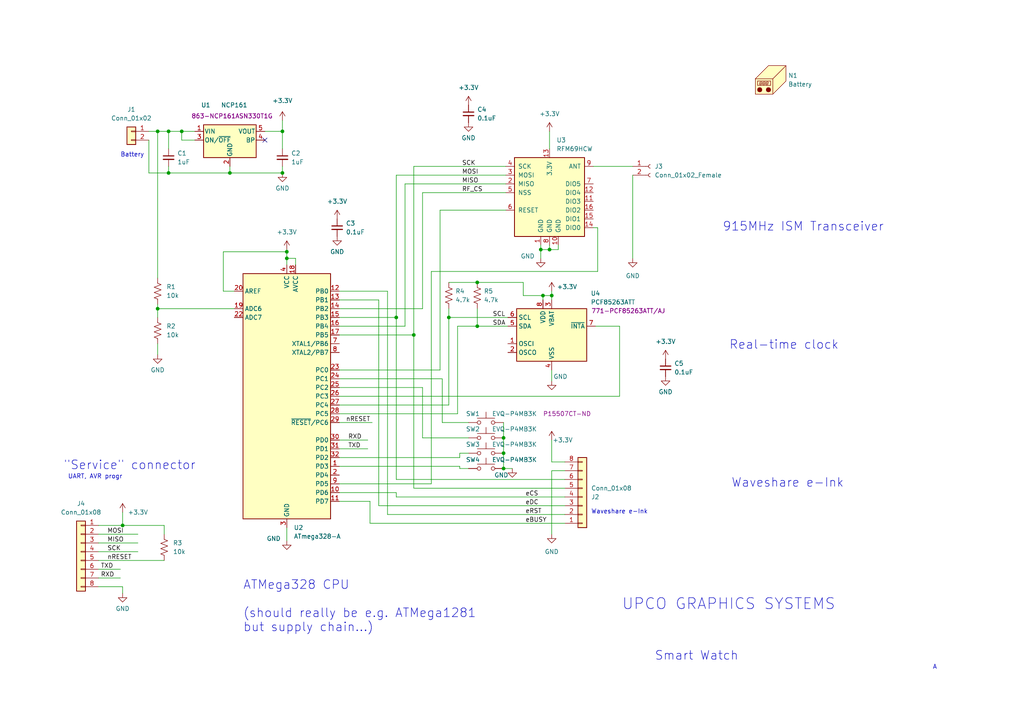
<source format=kicad_sch>
(kicad_sch (version 20211123) (generator eeschema)
  (paper "A4")
  (lib_symbols
    (symbol "Connector:Conn_01x02_Female" (pin_names (offset 1.016) hide)
      (property "Reference" "J" (at 0 2.54 0))
      (property "Value" "Conn_01x02_Female" (at 0 -5.08 0))
      (symbol "Conn_01x02_Female_1_1"
        (arc (start 0 -2.032) (mid -0.508 -2.54) (end 0 -3.048) (stroke (width 0.1524)))
        (polyline (pts (xy -1.27 -2.54) (xy -0.508 -2.54)) (stroke (width 0.1524)))
        (polyline (pts (xy -1.27 0) (xy -0.508 0)) (stroke (width 0.1524)))
        (arc (start 0 0.508) (mid -0.508 0) (end 0 -0.508) (stroke (width 0.1524)))
        (pin passive line (at -5.08 0 0) (length 3.81) (name "Pin_1") (number "1"))
        (pin passive line (at -5.08 -2.54 0) (length 3.81) (name "Pin_2") (number "2"))
      )
    )
    (symbol "Connector_Generic:Conn_01x02" (pin_names (offset 1.016) hide)
      (property "Reference" "J" (at 0 2.54 0))
      (property "Value" "Conn_01x02" (at 0 -5.08 0))
      (symbol "Conn_01x02_1_1"
        (rectangle (start -1.27 -2.413) (end 0 -2.667) (stroke (width 0.1524)))
        (rectangle (start -1.27 0.127) (end 0 -0.127) (stroke (width 0.1524)))
        (rectangle (start -1.27 1.27) (end 1.27 -3.81) (stroke (width 0.254)) (fill (type background)))
        (pin passive line (at -5.08 0 0) (length 3.81) (name "Pin_1") (number "1"))
        (pin passive line (at -5.08 -2.54 0) (length 3.81) (name "Pin_2") (number "2"))
      )
    )
    (symbol "Connector_Generic:Conn_01x08" (pin_names (offset 1.016) hide)
      (property "Reference" "J" (at 0 10.16 0))
      (property "Value" "Conn_01x08" (at 0 -12.7 0))
      (symbol "Conn_01x08_1_1"
        (rectangle (start -1.27 -10.033) (end 0 -10.287) (stroke (width 0.1524)))
        (rectangle (start -1.27 -7.493) (end 0 -7.747) (stroke (width 0.1524)))
        (rectangle (start -1.27 -4.953) (end 0 -5.207) (stroke (width 0.1524)))
        (rectangle (start -1.27 -2.413) (end 0 -2.667) (stroke (width 0.1524)))
        (rectangle (start -1.27 0.127) (end 0 -0.127) (stroke (width 0.1524)))
        (rectangle (start -1.27 2.667) (end 0 2.413) (stroke (width 0.1524)))
        (rectangle (start -1.27 5.207) (end 0 4.953) (stroke (width 0.1524)))
        (rectangle (start -1.27 7.747) (end 0 7.493) (stroke (width 0.1524)))
        (rectangle (start -1.27 8.89) (end 1.27 -11.43) (stroke (width 0.254)) (fill (type background)))
        (pin passive line (at -5.08 7.62 0) (length 3.81) (name "Pin_1") (number "1"))
        (pin passive line (at -5.08 5.08 0) (length 3.81) (name "Pin_2") (number "2"))
        (pin passive line (at -5.08 2.54 0) (length 3.81) (name "Pin_3") (number "3"))
        (pin passive line (at -5.08 0 0) (length 3.81) (name "Pin_4") (number "4"))
        (pin passive line (at -5.08 -2.54 0) (length 3.81) (name "Pin_5") (number "5"))
        (pin passive line (at -5.08 -5.08 0) (length 3.81) (name "Pin_6") (number "6"))
        (pin passive line (at -5.08 -7.62 0) (length 3.81) (name "Pin_7") (number "7"))
        (pin passive line (at -5.08 -10.16 0) (length 3.81) (name "Pin_8") (number "8"))
      )
    )
    (symbol "Device:C_Small" (pin_numbers hide) (pin_names (offset 0.254) hide)
      (property "Reference" "C" (at 0.254 1.778 0))
      (property "Value" "C_Small" (at 0.254 -2.032 0))
      (symbol "C_Small_0_1"
        (polyline (pts (xy -1.524 -0.508) (xy 1.524 -0.508)) (stroke (width 0.3302)))
        (polyline (pts (xy -1.524 0.508) (xy 1.524 0.508)) (stroke (width 0.3048)))
      )
      (symbol "C_Small_1_1"
        (pin passive line (at 0 2.54 270) (length 2.032) (name "~") (number "1"))
        (pin passive line (at 0 -2.54 90) (length 2.032) (name "~") (number "2"))
      )
    )
    (symbol "Device:R_US" (pin_numbers hide) (pin_names (offset 0))
      (property "Reference" "R" (at 2.54 0 90))
      (property "Value" "R_US" (at -2.54 0 90))
      (symbol "R_US_0_1"
        (polyline (pts (xy 0 -2.286) (xy 0 -2.54)))
        (polyline (pts (xy 0 2.286) (xy 0 2.54)))
        (polyline (pts (xy 0 -0.762) (xy 1.016 -1.143) (xy 0 -1.524) (xy -1.016 -1.905) (xy 0 -2.286)))
        (polyline (pts (xy 0 0.762) (xy 1.016 0.381) (xy 0 0) (xy -1.016 -0.381) (xy 0 -0.762)))
        (polyline (pts (xy 0 2.286) (xy 1.016 1.905) (xy 0 1.524) (xy -1.016 1.143) (xy 0 0.762)))
      )
      (symbol "R_US_1_1"
        (pin passive line (at 0 3.81 270) (length 1.27) (name "~") (number "1"))
        (pin passive line (at 0 -3.81 90) (length 1.27) (name "~") (number "2"))
      )
    )
    (symbol "MCU_Microchip_ATmega:ATmega328-A"
      (property "Reference" "U" (at -12.7 36.83 0))
      (property "Value" "ATmega328-A" (at 2.54 -36.83 0))
      (symbol "ATmega328-A_0_1"
        (rectangle (start -12.7 -35.56) (end 12.7 35.56) (stroke (width 0.254)) (fill (type background)))
      )
      (symbol "ATmega328-A_1_1"
        (pin bidirectional line (at 15.24 -20.32 180) (length 2.54) (name "PD3") (number "1"))
        (pin bidirectional line (at 15.24 -27.94 180) (length 2.54) (name "PD6") (number "10"))
        (pin bidirectional line (at 15.24 -30.48 180) (length 2.54) (name "PD7") (number "11"))
        (pin bidirectional line (at 15.24 30.48 180) (length 2.54) (name "PB0") (number "12"))
        (pin bidirectional line (at 15.24 27.94 180) (length 2.54) (name "PB1") (number "13"))
        (pin bidirectional line (at 15.24 25.4 180) (length 2.54) (name "PB2") (number "14"))
        (pin bidirectional line (at 15.24 22.86 180) (length 2.54) (name "PB3") (number "15"))
        (pin bidirectional line (at 15.24 20.32 180) (length 2.54) (name "PB4") (number "16"))
        (pin bidirectional line (at 15.24 17.78 180) (length 2.54) (name "PB5") (number "17"))
        (pin power_in line (at 2.54 38.1 270) (length 2.54) (name "AVCC") (number "18"))
        (pin input line (at -15.24 25.4 0) (length 2.54) (name "ADC6") (number "19"))
        (pin bidirectional line (at 15.24 -22.86 180) (length 2.54) (name "PD4") (number "2"))
        (pin passive line (at -15.24 30.48 0) (length 2.54) (name "AREF") (number "20"))
        (pin passive line (at 0 -38.1 90) (length 2.54) hide (name "GND") (number "21"))
        (pin input line (at -15.24 22.86 0) (length 2.54) (name "ADC7") (number "22"))
        (pin bidirectional line (at 15.24 7.62 180) (length 2.54) (name "PC0") (number "23"))
        (pin bidirectional line (at 15.24 5.08 180) (length 2.54) (name "PC1") (number "24"))
        (pin bidirectional line (at 15.24 2.54 180) (length 2.54) (name "PC2") (number "25"))
        (pin bidirectional line (at 15.24 0 180) (length 2.54) (name "PC3") (number "26"))
        (pin bidirectional line (at 15.24 -2.54 180) (length 2.54) (name "PC4") (number "27"))
        (pin bidirectional line (at 15.24 -5.08 180) (length 2.54) (name "PC5") (number "28"))
        (pin bidirectional line (at 15.24 -7.62 180) (length 2.54) (name "~{RESET}/PC6") (number "29"))
        (pin power_in line (at 0 -38.1 90) (length 2.54) (name "GND") (number "3"))
        (pin bidirectional line (at 15.24 -12.7 180) (length 2.54) (name "PD0") (number "30"))
        (pin bidirectional line (at 15.24 -15.24 180) (length 2.54) (name "PD1") (number "31"))
        (pin bidirectional line (at 15.24 -17.78 180) (length 2.54) (name "PD2") (number "32"))
        (pin power_in line (at 0 38.1 270) (length 2.54) (name "VCC") (number "4"))
        (pin passive line (at 0 -38.1 90) (length 2.54) hide (name "GND") (number "5"))
        (pin passive line (at 0 38.1 270) (length 2.54) hide (name "VCC") (number "6"))
        (pin bidirectional line (at 15.24 15.24 180) (length 2.54) (name "XTAL1/PB6") (number "7"))
        (pin bidirectional line (at 15.24 12.7 180) (length 2.54) (name "XTAL2/PB7") (number "8"))
        (pin bidirectional line (at 15.24 -25.4 180) (length 2.54) (name "PD5") (number "9"))
      )
    )
    (symbol "Mechanical:Housing" (pin_names (offset 1.016))
      (property "Reference" "N" (at 3.81 0 0))
      (property "Value" "Housing" (at 3.81 -1.905 0))
      (symbol "Housing_0_1"
        (rectangle (start -5.08 -0.635) (end -1.27 -1.905))
        (circle (center -4.445 -3.175) (radius 0.635) (fill (type outline)))
        (circle (center -1.905 -3.175) (radius 0.635) (fill (type outline)))
        (polyline (pts (xy -4.5212 -1.5748) (xy -4.4704 -1.3716)))
        (polyline (pts (xy -4.4196 -1.6764) (xy -4.064 -1.6764)))
        (polyline (pts (xy -4.4196 -1.2192) (xy -4.3688 -0.9652)))
        (polyline (pts (xy -4.318 -1.3208) (xy -4.0132 -1.3208)))
        (polyline (pts (xy -4.2164 -0.9144) (xy -3.9116 -0.9144)))
        (polyline (pts (xy -3.9116 -1.6256) (xy -3.8608 -1.3716)))
        (polyline (pts (xy -3.81 -1.2192) (xy -3.7592 -0.9652)))
        (polyline (pts (xy -3.6068 -1.5748) (xy -3.556 -1.3716)))
        (polyline (pts (xy -3.5052 -1.6764) (xy -3.1496 -1.6764)))
        (polyline (pts (xy -3.5052 -1.2192) (xy -3.4544 -0.9652)))
        (polyline (pts (xy -3.4036 -1.3208) (xy -3.0988 -1.3208)))
        (polyline (pts (xy -3.302 -0.9144) (xy -2.9972 -0.9144)))
        (polyline (pts (xy -2.9972 -1.6256) (xy -2.9464 -1.3716)))
        (polyline (pts (xy -2.8956 -1.2192) (xy -2.8448 -0.9652)))
        (polyline (pts (xy -2.6924 -1.5748) (xy -2.6416 -1.3716)))
        (polyline (pts (xy -2.5908 -1.6764) (xy -2.2352 -1.6764)))
        (polyline (pts (xy -2.5908 -1.2192) (xy -2.54 -0.9652)))
        (polyline (pts (xy -2.4892 -1.3208) (xy -2.1844 -1.3208)))
        (polyline (pts (xy -2.3876 -0.9144) (xy -2.0828 -0.9144)))
        (polyline (pts (xy -2.0828 -1.6256) (xy -2.032 -1.3716)))
        (polyline (pts (xy -1.9812 -1.2192) (xy -1.9304 -0.9652)))
        (polyline (pts (xy -0.635 0) (xy -0.635 -4.445)))
        (polyline (pts (xy -5.715 0) (xy -0.635 0) (xy 3.175 3.81)))
        (polyline (pts (xy -5.715 0) (xy -5.715 -4.445) (xy -0.635 -4.445) (xy 3.175 -0.635) (xy 3.175 3.81) (xy -1.905 3.81) (xy -5.715 0)) (fill (type background)))
      )
    )
    (symbol "RF_Module:RFM69HCW" (pin_names (offset 1.016))
      (property "Reference" "U" (at -10.414 11.684 0))
      (property "Value" "RFM69HCW" (at 1.524 11.43 0))
      (symbol "RFM69HCW_0_1"
        (rectangle (start -10.16 10.16) (end 10.16 -12.7) (stroke (width 0.254)) (fill (type background)))
      )
      (symbol "RFM69HCW_1_1"
        (pin power_in line (at -2.54 -15.24 90) (length 2.54) (name "GND") (number "1"))
        (pin power_in line (at 2.54 -15.24 90) (length 2.54) (name "GND") (number "10"))
        (pin bidirectional line (at 12.7 -2.54 180) (length 2.54) (name "DIO3") (number "11"))
        (pin bidirectional line (at 12.7 0 180) (length 2.54) (name "DIO4") (number "12"))
        (pin power_in line (at 0 12.7 270) (length 2.54) (name "3.3V") (number "13"))
        (pin bidirectional line (at 12.7 -10.16 180) (length 2.54) (name "DIO0") (number "14"))
        (pin bidirectional line (at 12.7 -7.62 180) (length 2.54) (name "DIO1") (number "15"))
        (pin bidirectional line (at 12.7 -5.08 180) (length 2.54) (name "DIO2") (number "16"))
        (pin output line (at -12.7 2.54 0) (length 2.54) (name "MISO") (number "2"))
        (pin input line (at -12.7 5.08 0) (length 2.54) (name "MOSI") (number "3"))
        (pin input line (at -12.7 7.62 0) (length 2.54) (name "SCK") (number "4"))
        (pin input line (at -12.7 0 0) (length 2.54) (name "NSS") (number "5"))
        (pin bidirectional line (at -12.7 -5.08 0) (length 2.54) (name "RESET") (number "6"))
        (pin bidirectional line (at 12.7 2.54 180) (length 2.54) (name "DIO5") (number "7"))
        (pin power_in line (at 0 -15.24 90) (length 2.54) (name "GND") (number "8"))
        (pin bidirectional line (at 12.7 7.62 180) (length 2.54) (name "ANT") (number "9"))
      )
    )
    (symbol "Regulator_Linear:LP2985-1.8" (pin_names (offset 0.254))
      (property "Reference" "U" (at -6.35 5.715 0))
      (property "Value" "LP2985-1.8" (at 0 5.715 0))
      (symbol "LP2985-1.8_0_1"
        (rectangle (start -7.62 -5.08) (end 7.62 4.445) (stroke (width 0.254)) (fill (type background)))
      )
      (symbol "LP2985-1.8_1_1"
        (pin power_in line (at -10.16 2.54 0) (length 2.54) (name "VIN") (number "1"))
        (pin power_in line (at 0 -7.62 90) (length 2.54) (name "GND") (number "2"))
        (pin input line (at -10.16 0 0) (length 2.54) (name "ON/~{OFF}") (number "3"))
        (pin input line (at 10.16 0 180) (length 2.54) (name "BP") (number "4"))
        (pin power_out line (at 10.16 2.54 180) (length 2.54) (name "VOUT") (number "5"))
      )
    )
    (symbol "Switch:SW_Push" (pin_numbers hide) (pin_names (offset 1.016) hide)
      (property "Reference" "SW" (at 1.27 2.54 0))
      (property "Value" "SW_Push" (at 0 -1.524 0))
      (symbol "SW_Push_0_1"
        (circle (center -2.032 0) (radius 0.508))
        (polyline (pts (xy 0 1.27) (xy 0 3.048)))
        (polyline (pts (xy 2.54 1.27) (xy -2.54 1.27)))
        (circle (center 2.032 0) (radius 0.508))
        (pin passive line (at -5.08 0 0) (length 2.54) (name "1") (number "1"))
        (pin passive line (at 5.08 0 180) (length 2.54) (name "2") (number "2"))
      )
    )
    (symbol "Timer_RTC:PCF85263ATT"
      (property "Reference" "U" (at -8.89 8.89 0))
      (property "Value" "PCF85263ATT" (at 1.27 8.89 0))
      (symbol "PCF85263ATT_0_1"
        (rectangle (start -10.16 7.62) (end 10.16 -7.62) (stroke (width 0.254)) (fill (type background)))
      )
      (symbol "PCF85263ATT_1_1"
        (pin input line (at -12.7 -2.54 0) (length 2.54) (name "OSCI") (number "1"))
        (pin output line (at -12.7 -5.08 0) (length 2.54) (name "OSCO") (number "2"))
        (pin power_in line (at 0 10.16 270) (length 2.54) (name "VBAT") (number "3"))
        (pin power_in line (at 0 -10.16 90) (length 2.54) (name "VSS") (number "4"))
        (pin bidirectional line (at -12.7 2.54 0) (length 2.54) (name "SDA") (number "5"))
        (pin input line (at -12.7 5.08 0) (length 2.54) (name "SCL") (number "6"))
        (pin open_collector line (at 12.7 2.54 180) (length 2.54) (name "~{INTA}") (number "7"))
        (pin power_in line (at -2.54 10.16 270) (length 2.54) (name "VDD") (number "8"))
      )
    )
    (symbol "power:+3.3V" (power) (pin_names (offset 0))
      (property "Value" "+3.3V" (at 0 3.556 0))
      (symbol "+3.3V_0_1"
        (polyline (pts (xy -0.762 1.27) (xy 0 2.54)))
        (polyline (pts (xy 0 0) (xy 0 2.54)))
        (polyline (pts (xy 0 2.54) (xy 0.762 1.27)))
      )
      (symbol "+3.3V_1_1"
        (pin power_in line (at 0 0 90) (length 0) hide (name "+3.3V") (number "1"))
      )
    )
    (symbol "power:GND" (power) (pin_names (offset 0))
      (property "Value" "GND" (at 0 -3.81 0))
      (symbol "GND_0_1"
        (polyline (pts (xy 0 0) (xy 0 -1.27) (xy 1.27 -1.27) (xy 0 -2.54) (xy -1.27 -1.27) (xy 0 -1.27)))
      )
      (symbol "GND_1_1"
        (pin power_in line (at 0 0 270) (length 0) hide (name "GND") (number "1"))
      )
    )
  )
  (junction (at 156.845 72.39))
  (junction (at 81.915 50.165))
  (junction (at 146.05 135.89))
  (junction (at 48.895 50.165))
  (junction (at 146.05 127))
  (junction (at 81.915 38.1))
  (junction (at 83.185 74.93))
  (junction (at 159.385 72.39))
  (junction (at 120.015 97.155))
  (junction (at 83.185 73.025))
  (junction (at 157.48 85.725))
  (junction (at 45.72 89.535))
  (junction (at 45.72 38.1))
  (junction (at 52.705 38.1))
  (junction (at 138.43 81.915))
  (junction (at 146.05 131.445))
  (junction (at 130.175 92.075))
  (junction (at 66.675 50.165))
  (junction (at 48.895 38.1))
  (junction (at 35.56 152.4))
  (junction (at 138.43 94.615))
  (junction (at 160.02 85.725))
  (junction (at 114.935 92.075))
  (no_connect (at 76.835 40.64))
  (wire (pts (xy 132.715 94.615) (xy 138.43 94.615)))
  (wire (pts (xy 146.05 135.89) (xy 148.59 135.89)))
  (wire (pts (xy 48.895 50.165) (xy 66.675 50.165)))
  (wire (pts (xy 157.48 86.995) (xy 157.48 85.725)))
  (wire (pts (xy 122.555 127) (xy 135.89 127)))
  (wire (pts (xy 98.425 92.075) (xy 114.935 92.075)))
  (wire (pts (xy 159.385 72.39) (xy 159.385 71.12)))
  (wire (pts (xy 112.395 149.225) (xy 163.83 149.225)))
  (wire (pts (xy 133.35 132.715) (xy 133.35 131.445)))
  (wire (pts (xy 98.425 120.015) (xy 132.715 120.015)))
  (wire (pts (xy 85.725 74.93) (xy 83.185 74.93)))
  (wire (pts (xy 146.05 131.445) (xy 146.05 135.89)))
  (wire (pts (xy 43.18 50.165) (xy 48.895 50.165)))
  (wire (pts (xy 179.705 94.615) (xy 179.705 114.935)))
  (wire (pts (xy 138.43 89.535) (xy 138.43 94.615)))
  (wire (pts (xy 117.475 94.615) (xy 98.425 94.615)))
  (wire (pts (xy 83.185 72.39) (xy 83.185 73.025)))
  (wire (pts (xy 159.385 38.1) (xy 159.385 43.18)))
  (wire (pts (xy 157.48 85.725) (xy 160.02 85.725)))
  (wire (pts (xy 98.425 112.395) (xy 122.555 112.395)))
  (wire (pts (xy 138.43 94.615) (xy 147.32 94.615)))
  (wire (pts (xy 183.515 50.8) (xy 183.515 74.93)))
  (wire (pts (xy 83.185 74.93) (xy 83.185 76.835)))
  (wire (pts (xy 35.56 170.18) (xy 35.56 172.085)))
  (wire (pts (xy 151.765 85.725) (xy 157.48 85.725)))
  (wire (pts (xy 81.915 38.1) (xy 81.915 43.18)))
  (wire (pts (xy 52.705 38.1) (xy 48.895 38.1)))
  (wire (pts (xy 133.35 131.445) (xy 135.89 131.445)))
  (wire (pts (xy 56.515 40.64) (xy 52.705 40.64)))
  (wire (pts (xy 48.895 48.26) (xy 48.895 50.165)))
  (wire (pts (xy 64.77 73.025) (xy 83.185 73.025)))
  (wire (pts (xy 98.425 109.855) (xy 128.27 109.855)))
  (wire (pts (xy 160.02 107.315) (xy 160.02 110.49)))
  (wire (pts (xy 98.425 135.255) (xy 133.35 135.255)))
  (wire (pts (xy 85.725 76.835) (xy 85.725 74.93)))
  (wire (pts (xy 112.395 84.455) (xy 112.395 149.225)))
  (wire (pts (xy 130.175 117.475) (xy 130.175 92.075)))
  (wire (pts (xy 120.015 141.605) (xy 163.83 141.605)))
  (wire (pts (xy 98.425 86.995) (xy 109.855 86.995)))
  (wire (pts (xy 45.72 89.535) (xy 67.945 89.535)))
  (wire (pts (xy 179.705 114.935) (xy 98.425 114.935)))
  (wire (pts (xy 159.385 72.39) (xy 161.925 72.39)))
  (wire (pts (xy 114.935 139.065) (xy 163.83 139.065)))
  (wire (pts (xy 98.425 122.555) (xy 107.95 122.555)))
  (wire (pts (xy 130.175 92.075) (xy 147.32 92.075)))
  (wire (pts (xy 43.18 38.1) (xy 45.72 38.1)))
  (wire (pts (xy 28.575 160.02) (xy 40.005 160.02)))
  (wire (pts (xy 146.685 53.34) (xy 117.475 53.34)))
  (wire (pts (xy 160.02 136.525) (xy 160.02 154.94)))
  (wire (pts (xy 114.935 144.145) (xy 114.935 142.875)))
  (wire (pts (xy 81.915 34.925) (xy 81.915 38.1)))
  (wire (pts (xy 122.555 89.535) (xy 98.425 89.535)))
  (wire (pts (xy 138.43 81.915) (xy 151.765 81.915)))
  (wire (pts (xy 160.02 127.635) (xy 160.02 133.985)))
  (wire (pts (xy 173.355 66.04) (xy 173.355 78.74)))
  (wire (pts (xy 160.02 85.725) (xy 160.02 86.995)))
  (wire (pts (xy 56.515 38.1) (xy 52.705 38.1)))
  (wire (pts (xy 120.015 48.26) (xy 146.685 48.26)))
  (wire (pts (xy 114.935 92.075) (xy 114.935 50.8)))
  (wire (pts (xy 114.935 50.8) (xy 146.685 50.8)))
  (wire (pts (xy 81.915 48.26) (xy 81.915 50.165)))
  (wire (pts (xy 98.425 97.155) (xy 120.015 97.155)))
  (wire (pts (xy 98.425 145.415) (xy 107.315 145.415)))
  (wire (pts (xy 112.395 84.455) (xy 98.425 84.455)))
  (wire (pts (xy 67.945 84.455) (xy 64.77 84.455)))
  (wire (pts (xy 28.575 154.94) (xy 40.005 154.94)))
  (wire (pts (xy 83.185 73.025) (xy 83.185 74.93)))
  (wire (pts (xy 127.635 107.315) (xy 98.425 107.315)))
  (wire (pts (xy 173.355 78.74) (xy 125.095 78.74)))
  (wire (pts (xy 28.575 162.56) (xy 47.625 162.56)))
  (wire (pts (xy 45.72 88.265) (xy 45.72 89.535)))
  (wire (pts (xy 48.895 38.1) (xy 48.895 43.18)))
  (wire (pts (xy 28.575 167.64) (xy 34.925 167.64)))
  (wire (pts (xy 28.575 165.1) (xy 34.925 165.1)))
  (wire (pts (xy 146.05 127) (xy 146.05 131.445)))
  (wire (pts (xy 28.575 157.48) (xy 40.005 157.48)))
  (wire (pts (xy 107.315 145.415) (xy 107.315 151.765)))
  (wire (pts (xy 52.705 40.64) (xy 52.705 38.1)))
  (wire (pts (xy 146.685 55.88) (xy 122.555 55.88)))
  (wire (pts (xy 160.02 136.525) (xy 163.83 136.525)))
  (wire (pts (xy 172.085 48.26) (xy 183.515 48.26)))
  (wire (pts (xy 122.555 55.88) (xy 122.555 89.535)))
  (wire (pts (xy 151.765 81.915) (xy 151.765 85.725)))
  (wire (pts (xy 98.425 130.175) (xy 106.68 130.175)))
  (wire (pts (xy 114.935 142.875) (xy 98.425 142.875)))
  (wire (pts (xy 83.185 153.035) (xy 83.185 156.845)))
  (wire (pts (xy 130.175 89.535) (xy 130.175 92.075)))
  (wire (pts (xy 128.27 109.855) (xy 128.27 122.555)))
  (wire (pts (xy 120.015 97.155) (xy 120.015 48.26)))
  (wire (pts (xy 45.72 89.535) (xy 45.72 92.075)))
  (wire (pts (xy 45.72 99.695) (xy 45.72 102.87)))
  (wire (pts (xy 130.175 81.915) (xy 138.43 81.915)))
  (wire (pts (xy 156.845 71.12) (xy 156.845 72.39)))
  (wire (pts (xy 64.77 84.455) (xy 64.77 73.025)))
  (wire (pts (xy 172.72 94.615) (xy 179.705 94.615)))
  (wire (pts (xy 156.845 72.39) (xy 156.845 74.93)))
  (wire (pts (xy 107.315 151.765) (xy 163.83 151.765)))
  (wire (pts (xy 161.925 72.39) (xy 161.925 71.12)))
  (wire (pts (xy 156.845 72.39) (xy 159.385 72.39)))
  (wire (pts (xy 28.575 170.18) (xy 35.56 170.18)))
  (wire (pts (xy 109.855 146.685) (xy 163.83 146.685)))
  (wire (pts (xy 133.35 135.89) (xy 135.89 135.89)))
  (wire (pts (xy 117.475 53.34) (xy 117.475 94.615)))
  (wire (pts (xy 47.625 152.4) (xy 47.625 154.94)))
  (wire (pts (xy 160.02 133.985) (xy 163.83 133.985)))
  (wire (pts (xy 98.425 127.635) (xy 106.68 127.635)))
  (wire (pts (xy 66.675 50.165) (xy 66.675 48.26)))
  (wire (pts (xy 122.555 112.395) (xy 122.555 127)))
  (wire (pts (xy 98.425 140.335) (xy 125.095 140.335)))
  (wire (pts (xy 146.05 122.555) (xy 146.05 127)))
  (wire (pts (xy 35.56 148.59) (xy 35.56 152.4)))
  (wire (pts (xy 127.635 60.96) (xy 127.635 107.315)))
  (wire (pts (xy 43.18 40.64) (xy 43.18 50.165)))
  (wire (pts (xy 146.685 60.96) (xy 127.635 60.96)))
  (wire (pts (xy 98.425 117.475) (xy 130.175 117.475)))
  (wire (pts (xy 35.56 152.4) (xy 47.625 152.4)))
  (wire (pts (xy 76.835 38.1) (xy 81.915 38.1)))
  (wire (pts (xy 114.935 92.075) (xy 114.935 139.065)))
  (wire (pts (xy 45.72 38.1) (xy 45.72 80.645)))
  (wire (pts (xy 132.715 120.015) (xy 132.715 94.615)))
  (wire (pts (xy 160.02 84.455) (xy 160.02 85.725)))
  (wire (pts (xy 163.83 144.145) (xy 114.935 144.145)))
  (wire (pts (xy 81.915 50.165) (xy 66.675 50.165)))
  (wire (pts (xy 128.27 122.555) (xy 135.89 122.555)))
  (wire (pts (xy 172.085 66.04) (xy 173.355 66.04)))
  (wire (pts (xy 109.855 86.995) (xy 109.855 146.685)))
  (wire (pts (xy 125.095 78.74) (xy 125.095 140.335)))
  (wire (pts (xy 98.425 132.715) (xy 133.35 132.715)))
  (wire (pts (xy 45.72 38.1) (xy 48.895 38.1)))
  (wire (pts (xy 133.35 135.255) (xy 133.35 135.89)))
  (wire (pts (xy 120.015 97.155) (xy 120.015 141.605)))
  (wire (pts (xy 28.575 152.4) (xy 35.56 152.4)))
  (text "Smart Watch" (at 189.865 191.77 0) (effects (font (size 2.54 2.54)) (justify left bottom)))
  (text "Real-time clock" (at 211.455 101.6 0) (effects (font (size 2.54 2.54)) (justify left bottom)))
  (text "ATMega328 CPU\n\n(should really be e.g. ATMega1281\nbut supply chain...)" (at 70.485 183.515 0) (effects (font (size 2.54 2.54)) (justify left bottom)))
  (text "A" (at 270.51 194.31 0) (effects (font (size 1.27 1.27)) (justify left bottom)))
  (text "Waveshare e-Ink" (at 171.45 149.225 0) (effects (font (size 1.27 1.27)) (justify left bottom)))
  (text "UPCO GRAPHICS SYSTEMS" (at 180.34 177.165 0) (effects (font (size 3.175 3.175)) (justify left bottom)))
  (text "Waveshare e-Ink" (at 212.09 141.605 0) (effects (font (size 2.54 2.54)) (justify left bottom)))
  (text "Battery" (at 34.925 45.72 0) (effects (font (size 1.27 1.27)) (justify left bottom)))
  (text "\"Service\" connector" (at 18.415 136.525 0) (effects (font (size 2.54 2.54)) (justify left bottom)))
  (text "915MHz ISM Transceiver" (at 209.55 67.31 0) (effects (font (size 2.54 2.54)) (justify left bottom)))
  (text "UART, AVR progr" (at 19.685 139.065 0) (effects (font (size 1.27 1.27)) (justify left bottom)))
  (label "eDC" (at 152.4 146.685 0))
  (label "RXD" (at 100.965 127.635 0))
  (label "RXD" (at 29.21 167.64 0))
  (label "SCK" (at 133.985 48.26 0))
  (label "MOSI" (at 133.985 50.8 0))
  (label "RF_CS" (at 133.985 55.88 0))
  (label "MISO" (at 31.115 157.48 0))
  (label "nRESET" (at 100.33 122.555 0))
  (label "eBUSY" (at 152.4 151.765 0))
  (label "SCK" (at 31.115 160.02 0))
  (label "TXD" (at 100.965 130.175 0))
  (label "SDA" (at 142.875 94.615 0))
  (label "TXD" (at 29.21 165.1 0))
  (label "MISO" (at 133.985 53.34 0))
  (label "MOSI" (at 31.115 154.94 0))
  (label "eCS" (at 152.4 144.145 0))
  (label "nRESET" (at 31.115 162.56 0))
  (label "eRST" (at 152.4 149.225 0))
  (label "SCL" (at 142.875 92.075 0))
  (symbol (lib_id "Device:C_Small") (at 48.895 45.72 0) (unit 1)
    (property "Reference" "C1" (at 51.435 44.4562 0) (effects (justify left)))
    (property "Value" "1uF" (at 51.435 46.9962 0) (effects (justify left)))
    (property "Footprint" "Capacitor_SMD:C_0603_1608Metric_Pad1.08x0.95mm_HandSolder" (effects hide))
  )
  (symbol (lib_id "power:GND") (at 45.72 102.87 0) (unit 1)
    (property "Reference" "#PWR0112" (effects hide))
    (property "Value" "GND" (at 45.72 107.315 0))
  )
  (symbol (lib_id "Device:R_US") (at 45.72 95.885 0) (unit 1)
    (property "Reference" "R2" (at 48.26 94.6149 0) (effects (justify left)))
    (property "Value" "10k" (at 48.26 97.1549 0) (effects (justify left)))
    (property "Footprint" "Resistor_SMD:R_0603_1608Metric_Pad0.98x0.95mm_HandSolder" (effects hide))
  )
  (symbol (lib_id "Mechanical:Housing") (at 224.79 22.86 0) (unit 1)
    (property "Reference" "N1" (at 228.6 21.9074 0) (effects (justify left)))
    (property "Value" "Battery" (at 228.6 24.4474 0) (effects (justify left)))
    (property "Footprint" "Battery:LiPo-100mAh" (effects hide))
  )
  (symbol (lib_id "Device:C_Small") (at 193.04 106.68 0) (unit 1)
    (property "Reference" "C5" (at 195.58 105.4162 0) (effects (justify left)))
    (property "Value" "0.1uF" (at 195.58 107.9562 0) (effects (justify left)))
    (property "Footprint" "Capacitor_SMD:C_0603_1608Metric_Pad1.08x0.95mm_HandSolder" (effects hide))
  )
  (symbol (lib_id "power:GND") (at 83.185 156.845 0) (unit 1)
    (property "Reference" "#PWR0111" (effects hide))
    (property "Value" "GND" (at 79.375 156.21 0))
  )
  (symbol (lib_id "Switch:SW_Push") (at 140.97 127 0) (unit 1)
    (property "Reference" "SW2" (at 137.16 124.46 0))
    (property "Value" "EVQ-P4MB3K" (at 149.225 124.46 0))
    (property "Footprint" "TinySwitch:EVQ-P4" (effects hide))
    (property "CatNo" "P15507CT-ND" (effects hide))
  )
  (symbol (lib_id "Device:C_Small") (at 81.915 45.72 0) (unit 1)
    (property "Reference" "C2" (at 84.455 44.4562 0) (effects (justify left)))
    (property "Value" "1uF" (at 84.455 46.9962 0) (effects (justify left)))
    (property "Footprint" "Capacitor_SMD:C_0603_1608Metric_Pad1.08x0.95mm_HandSolder" (effects hide))
  )
  (symbol (lib_id "Connector:Conn_01x02_Female") (at 188.595 48.26 0) (unit 1)
    (property "Reference" "J3" (at 189.865 48.2599 0) (effects (justify left)))
    (property "Value" "Conn_01x02_Female" (at 189.865 50.7999 0) (effects (justify left)))
    (property "Footprint" "Connector_PinSocket_2.00mm:PinSocket_1x02_P2.00mm_Vertical" (effects hide))
  )
  (symbol (lib_id "power:+3.3V") (at 159.385 38.1 0) (unit 1)
    (property "Reference" "#PWR0109" (effects hide))
    (property "Value" "+3.3V" (at 159.385 33.02 0))
  )
  (symbol (lib_id "power:+3.3V") (at 83.185 72.39 0) (unit 1)
    (property "Reference" "#PWR0107" (effects hide))
    (property "Value" "+3.3V" (at 83.185 67.31 0))
  )
  (symbol (lib_id "Timer_RTC:PCF85263ATT") (at 160.02 97.155 0) (unit 1)
    (property "Reference" "U4" (at 172.72 85.09 0))
    (property "Value" "PCF85263ATT" (at 177.8 87.63 0))
    (property "Footprint" "Package_SO:TSSOP-8_3x3mm_P0.65mm" (effects hide))
    (property "Datasheet" "https://www.nxp.com/docs/en/data-sheet/PCF85263A.pdf" (effects hide))
    (property "CatNo" "771-PCF85263ATT/AJ" (at 182.245 90.17 0))
  )
  (symbol (lib_id "power:GND") (at 35.56 172.085 0) (unit 1)
    (property "Reference" "#PWR02" (effects hide))
    (property "Value" "GND" (at 35.56 176.53 0))
  )
  (symbol (lib_id "Device:R_US") (at 45.72 84.455 0) (unit 1)
    (property "Reference" "R1" (at 48.26 83.1849 0) (effects (justify left)))
    (property "Value" "10k" (at 48.26 85.7249 0) (effects (justify left)))
    (property "Footprint" "Resistor_SMD:R_0603_1608Metric_Pad0.98x0.95mm_HandSolder" (effects hide))
  )
  (symbol (lib_id "Device:R_US") (at 138.43 85.725 0) (unit 1)
    (property "Reference" "R5" (at 140.335 84.4549 0) (effects (justify left)))
    (property "Value" "4.7k" (at 140.335 86.9949 0) (effects (justify left)))
    (property "Footprint" "Resistor_SMD:R_0603_1608Metric_Pad0.98x0.95mm_HandSolder" (effects hide))
  )
  (symbol (lib_id "Switch:SW_Push") (at 140.97 135.89 0) (unit 1)
    (property "Reference" "SW4" (at 137.16 133.35 0))
    (property "Value" "EVQ-P4MB3K" (at 149.225 133.35 0))
    (property "Footprint" "TinySwitch:EVQ-P4" (effects hide))
    (property "CatNo" "P15507CT-ND" (effects hide))
  )
  (symbol (lib_id "power:+3.3V") (at 160.02 127.635 0) (unit 1)
    (property "Reference" "#PWR0105" (effects hide))
    (property "Value" "+3.3V" (at 163.195 127.635 0))
  )
  (symbol (lib_id "Device:R_US") (at 130.175 85.725 0) (unit 1)
    (property "Reference" "R4" (at 132.08 84.4549 0) (effects (justify left)))
    (property "Value" "4.7k" (at 132.08 86.9949 0) (effects (justify left)))
    (property "Footprint" "Resistor_SMD:R_0603_1608Metric_Pad0.98x0.95mm_HandSolder" (effects hide))
  )
  (symbol (lib_id "power:GND") (at 148.59 135.89 0) (unit 1)
    (property "Reference" "#PWR03" (effects hide))
    (property "Value" "GND" (at 145.415 137.795 0))
  )
  (symbol (lib_id "power:GND") (at 183.515 74.93 0) (unit 1)
    (property "Reference" "#PWR0103" (effects hide))
    (property "Value" "GND" (at 183.515 80.01 0))
  )
  (symbol (lib_id "power:GND") (at 135.89 35.56 0) (unit 1)
    (property "Reference" "#PWR07" (effects hide))
    (property "Value" "GND" (at 135.89 40.005 0))
  )
  (symbol (lib_id "MCU_Microchip_ATmega:ATmega328-A") (at 83.185 114.935 0) (unit 1)
    (property "Reference" "U2" (at 85.2044 153.035 0) (effects (justify left)))
    (property "Value" "ATmega328-A" (at 85.2044 155.575 0) (effects (justify left)))
    (property "Footprint" "Package_QFP:TQFP-32_7x7mm_P0.8mm" (effects hide))
    (property "Datasheet" "http://ww1.microchip.com/downloads/en/DeviceDoc/ATmega328_P%20AVR%20MCU%20with%20picoPower%20Technology%20Data%20Sheet%2040001984A.pdf" (effects hide))
  )
  (symbol (lib_id "power:+3.3V") (at 97.79 63.5 0) (unit 1)
    (property "Reference" "#PWR04" (effects hide))
    (property "Value" "+3.3V" (at 97.79 58.42 0))
  )
  (symbol (lib_id "Connector_Generic:Conn_01x08") (at 168.91 144.145 0) (mirror x) (unit 1)
    (property "Reference" "J2" (at 171.45 144.1451 0) (effects (justify left)))
    (property "Value" "Conn_01x08" (at 171.45 141.6051 0) (effects (justify left)))
    (property "Footprint" "E-Ink:Waveshare_1.54" (effects hide))
  )
  (symbol (lib_id "power:GND") (at 160.02 110.49 0) (unit 1)
    (property "Reference" "#PWR0104" (effects hide))
    (property "Value" "GND" (at 162.56 109.22 0))
  )
  (symbol (lib_id "Device:C_Small") (at 97.79 66.04 0) (unit 1)
    (property "Reference" "C3" (at 100.33 64.7762 0) (effects (justify left)))
    (property "Value" "0.1uF" (at 100.33 67.3162 0) (effects (justify left)))
    (property "Footprint" "Capacitor_SMD:C_0603_1608Metric_Pad1.08x0.95mm_HandSolder" (effects hide))
  )
  (symbol (lib_id "power:GND") (at 156.845 74.93 0) (unit 1)
    (property "Reference" "#PWR0102" (effects hide))
    (property "Value" "GND" (at 153.035 74.295 0))
  )
  (symbol (lib_id "power:GND") (at 81.915 50.165 0) (unit 1)
    (property "Reference" "#PWR0106" (effects hide))
    (property "Value" "GND" (at 81.915 54.61 0))
  )
  (symbol (lib_id "power:+3.3V") (at 81.915 34.925 0) (unit 1)
    (property "Reference" "#PWR0108" (effects hide))
    (property "Value" "+3.3V" (at 81.915 29.21 0))
  )
  (symbol (lib_id "power:+3.3V") (at 193.04 104.14 0) (unit 1)
    (property "Reference" "#PWR08" (effects hide))
    (property "Value" "+3.3V" (at 193.04 99.06 0))
  )
  (symbol (lib_id "power:GND") (at 193.04 109.22 0) (unit 1)
    (property "Reference" "#PWR09" (effects hide))
    (property "Value" "GND" (at 193.04 113.665 0))
  )
  (symbol (lib_id "power:+3.3V") (at 35.56 148.59 0) (unit 1)
    (property "Reference" "#PWR01" (effects hide))
    (property "Value" "+3.3V" (at 40.005 148.59 0))
  )
  (symbol (lib_id "power:GND") (at 97.79 68.58 0) (unit 1)
    (property "Reference" "#PWR05" (effects hide))
    (property "Value" "GND" (at 97.79 73.025 0))
  )
  (symbol (lib_id "Switch:SW_Push") (at 140.97 131.445 0) (unit 1)
    (property "Reference" "SW3" (at 137.16 128.905 0))
    (property "Value" "EVQ-P4MB3K" (at 149.225 128.905 0))
    (property "Footprint" "TinySwitch:EVQ-P4" (effects hide))
    (property "CatNo" "P15507CT-ND" (effects hide))
  )
  (symbol (lib_id "power:+3.3V") (at 135.89 30.48 0) (unit 1)
    (property "Reference" "#PWR06" (effects hide))
    (property "Value" "+3.3V" (at 135.89 25.4 0))
  )
  (symbol (lib_id "Connector_Generic:Conn_01x08") (at 23.495 160.02 0) (mirror y) (unit 1)
    (property "Reference" "J4" (at 23.495 146.05 0))
    (property "Value" "Conn_01x08" (at 23.495 148.59 0))
    (property "Footprint" "Connector_PinHeader_2.00mm:PinHeader_2x04_P2.00mm_Vertical" (effects hide))
  )
  (symbol (lib_id "power:+3.3V") (at 160.02 84.455 0) (unit 1)
    (property "Reference" "#PWR0101" (effects hide))
    (property "Value" "+3.3V" (at 164.465 83.185 0))
  )
  (symbol (lib_id "power:GND") (at 160.02 154.94 0) (unit 1)
    (property "Reference" "#PWR0110" (effects hide))
    (property "Value" "GND" (at 160.02 160.02 0))
  )
  (symbol (lib_id "Device:R_US") (at 47.625 158.75 0) (unit 1)
    (property "Reference" "R3" (at 50.165 157.4799 0) (effects (justify left)))
    (property "Value" "10k" (at 50.165 160.0199 0) (effects (justify left)))
    (property "Footprint" "Resistor_SMD:R_0603_1608Metric_Pad0.98x0.95mm_HandSolder" (effects hide))
  )
  (symbol (lib_id "Connector_Generic:Conn_01x02") (at 38.1 38.1 0) (mirror y) (unit 1)
    (property "Reference" "J1" (at 38.1 31.75 0))
    (property "Value" "Conn_01x02" (at 38.1 34.29 0))
    (property "Footprint" "Connector_PinSocket_2.00mm:PinSocket_1x02_P2.00mm_Vertical" (effects hide))
  )
  (symbol (lib_id "Regulator_Linear:LP2985-1.8") (at 66.675 40.64 0) (unit 1)
    (property "Reference" "U1" (at 59.69 30.48 0))
    (property "Value" "NCP161" (at 67.945 30.48 0))
    (property "Footprint" "Package_TO_SOT_SMD:SOT-23-5" (effects hide))
    (property "Datasheet" "http://www.ti.com/lit/ds/symlink/lp2985.pdf" (effects hide))
    (property "CatNo" "863-NCP161ASN330T1G" (at 67.31 33.655 0))
  )
  (symbol (lib_id "Switch:SW_Push") (at 140.97 122.555 0) (unit 1)
    (property "Reference" "SW1" (at 137.16 120.015 0))
    (property "Value" "EVQ-P4MB3K" (at 149.225 120.015 0))
    (property "Footprint" "TinySwitch:EVQ-P4" (effects hide))
    (property "CatNo" "P15507CT-ND" (at 164.465 120.015 0))
  )
  (symbol (lib_id "RF_Module:RFM69HCW") (at 159.385 55.88 0) (unit 1)
    (property "Reference" "U3" (at 161.4044 40.64 0) (effects (justify left)))
    (property "Value" "RFM69HCW" (at 161.4044 43.18 0) (effects (justify left)))
    (property "Footprint" "RFM69:RFM69HCW" (effects hide))
    (property "Datasheet" "https://www.hoperf.com/data/upload/portal/20181127/5bfcb8284d838.pdf" (effects hide))
  )
  (symbol (lib_id "Device:C_Small") (at 135.89 33.02 0) (unit 1)
    (property "Reference" "C4" (at 138.43 31.7562 0) (effects (justify left)))
    (property "Value" "0.1uF" (at 138.43 34.2962 0) (effects (justify left)))
    (property "Footprint" "Capacitor_SMD:C_0603_1608Metric_Pad1.08x0.95mm_HandSolder" (effects hide))
  )
)
</source>
